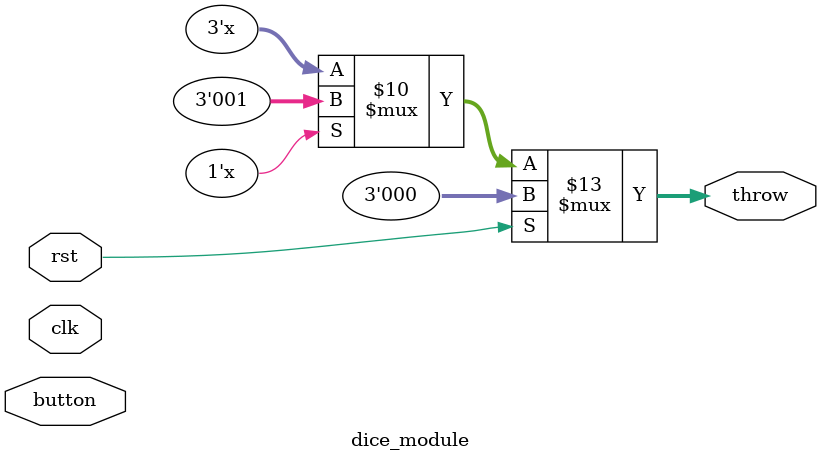
<source format=v>

`timescale 1ns / 100ps

module dice_module (
        input clk,
        input rst,
        input button,
        output reg[2:0] throw
            );

always @(clk,rst,button)
begin
    if(rst)
        throw<=3'b000;
     else
        if(throw==3'b000 || throw==3'b111)
        begin
            throw<=3'b001;
        end
        else
            if(button==1'b1)
            begin
            throw<=throw+1'b1;
            end
end

endmodule


    

</source>
